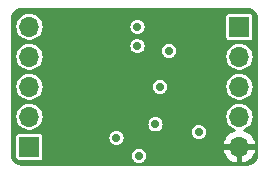
<source format=gbr>
%TF.GenerationSoftware,KiCad,Pcbnew,7.0.9*%
%TF.CreationDate,2024-01-07T19:57:38+00:00*%
%TF.ProjectId,INA381 Breakout,494e4133-3831-4204-9272-65616b6f7574,V24.01.0.1*%
%TF.SameCoordinates,PX8841978PY54c5a90*%
%TF.FileFunction,Copper,L2,Inr*%
%TF.FilePolarity,Positive*%
%FSLAX46Y46*%
G04 Gerber Fmt 4.6, Leading zero omitted, Abs format (unit mm)*
G04 Created by KiCad (PCBNEW 7.0.9) date 2024-01-07 19:57:38*
%MOMM*%
%LPD*%
G01*
G04 APERTURE LIST*
%TA.AperFunction,ComponentPad*%
%ADD10R,1.700000X1.700000*%
%TD*%
%TA.AperFunction,ComponentPad*%
%ADD11O,1.700000X1.700000*%
%TD*%
%TA.AperFunction,ViaPad*%
%ADD12C,0.700000*%
%TD*%
G04 APERTURE END LIST*
D10*
%TO.N,VDD*%
%TO.C,J1*%
X17780000Y5080000D03*
D11*
%TO.N,/~{ALERT}*%
X17780000Y2540000D03*
%TO.N,Net-(J1-Pin_3)*%
X17780000Y0D03*
%TO.N,/CMPREF*%
X17780000Y-2540000D03*
%TO.N,GND*%
X17780000Y-5080000D03*
%TD*%
D10*
%TO.N,/RES+*%
%TO.C,J2*%
X0Y-5080000D03*
D11*
X0Y-2540000D03*
%TO.N,unconnected-(J2-Pin_3-Pad3)*%
X0Y0D03*
%TO.N,/RES-*%
X0Y2540000D03*
X0Y5080000D03*
%TD*%
D12*
%TO.N,GND*%
X15875000Y-4826000D03*
X5474000Y-5865000D03*
X13208000Y5700000D03*
X14351000Y-1915000D03*
X14351000Y-5725000D03*
X16002000Y4318000D03*
X9981750Y-837750D03*
X5461000Y5845000D03*
X7366000Y-5842000D03*
%TO.N,VDD*%
X11811000Y3048000D03*
X11049000Y-10000D03*
X14351000Y-3834500D03*
X9271000Y-5842000D03*
X7366000Y-4318000D03*
%TO.N,/~{ALERT}*%
X10668000Y-3185000D03*
%TO.N,/CMPIN*%
X9144000Y5080000D03*
X9144000Y3429000D03*
%TD*%
%TA.AperFunction,Conductor*%
%TO.N,GND*%
G36*
X18417694Y6684265D02*
G01*
X18572546Y6670717D01*
X18593823Y6666966D01*
X18736111Y6628840D01*
X18756420Y6621447D01*
X18889914Y6559198D01*
X18908633Y6548391D01*
X19029299Y6463900D01*
X19045857Y6450006D01*
X19150005Y6345858D01*
X19163899Y6329300D01*
X19248390Y6208634D01*
X19259197Y6189915D01*
X19321446Y6056421D01*
X19328839Y6036111D01*
X19366963Y5893831D01*
X19370716Y5872545D01*
X19384264Y5717700D01*
X19384500Y5712294D01*
X19384500Y-5712293D01*
X19384264Y-5717699D01*
X19370716Y-5872544D01*
X19366963Y-5893830D01*
X19328839Y-6036110D01*
X19321446Y-6056420D01*
X19259197Y-6189914D01*
X19248390Y-6208633D01*
X19163899Y-6329299D01*
X19150005Y-6345857D01*
X19045857Y-6450005D01*
X19029299Y-6463899D01*
X18908633Y-6548390D01*
X18889914Y-6559197D01*
X18756420Y-6621446D01*
X18736110Y-6628839D01*
X18593830Y-6666963D01*
X18572544Y-6670716D01*
X18460205Y-6680545D01*
X18417694Y-6684264D01*
X18412294Y-6684500D01*
X9364062Y-6684500D01*
X9297023Y-6664815D01*
X9271466Y-6635321D01*
X9260250Y-6653240D01*
X9197044Y-6683019D01*
X9177938Y-6684500D01*
X-632294Y-6684500D01*
X-637695Y-6684264D01*
X-685385Y-6680091D01*
X-792545Y-6670716D01*
X-813831Y-6666963D01*
X-956111Y-6628839D01*
X-976421Y-6621446D01*
X-1109915Y-6559197D01*
X-1128634Y-6548390D01*
X-1249300Y-6463899D01*
X-1265858Y-6450005D01*
X-1370006Y-6345857D01*
X-1383900Y-6329299D01*
X-1468391Y-6208633D01*
X-1479198Y-6189914D01*
X-1541447Y-6056420D01*
X-1548840Y-6036110D01*
X-1558848Y-5998760D01*
X-1570660Y-5954678D01*
X-1100500Y-5954678D01*
X-1085968Y-6027735D01*
X-1085967Y-6027739D01*
X-1073372Y-6046589D01*
X-1030601Y-6110601D01*
X-979359Y-6144839D01*
X-947740Y-6165966D01*
X-947736Y-6165967D01*
X-874679Y-6180499D01*
X-874676Y-6180500D01*
X-874674Y-6180500D01*
X874676Y-6180500D01*
X874677Y-6180499D01*
X947740Y-6165966D01*
X1030601Y-6110601D01*
X1085966Y-6027740D01*
X1100500Y-5954674D01*
X1100500Y-5842001D01*
X8665318Y-5842001D01*
X8685955Y-5998760D01*
X8685956Y-5998762D01*
X8735389Y-6118105D01*
X8746464Y-6144841D01*
X8842718Y-6270282D01*
X8968159Y-6366536D01*
X9114238Y-6427044D01*
X9194123Y-6437561D01*
X9258020Y-6465827D01*
X9268939Y-6482382D01*
X9270349Y-6479297D01*
X9329127Y-6441523D01*
X9347877Y-6437561D01*
X9427762Y-6427044D01*
X9573841Y-6366536D01*
X9699282Y-6270282D01*
X9795536Y-6144841D01*
X9856044Y-5998762D01*
X9876682Y-5842000D01*
X9856044Y-5685238D01*
X9795536Y-5539159D01*
X9699282Y-5413718D01*
X9590178Y-5330000D01*
X16449364Y-5330000D01*
X16506567Y-5543486D01*
X16506570Y-5543492D01*
X16606399Y-5757578D01*
X16741894Y-5951082D01*
X16908917Y-6118105D01*
X17102421Y-6253600D01*
X17316507Y-6353429D01*
X17316516Y-6353433D01*
X17530000Y-6410634D01*
X17530000Y-5515501D01*
X17637685Y-5564680D01*
X17744237Y-5580000D01*
X17815763Y-5580000D01*
X17922315Y-5564680D01*
X18030000Y-5515501D01*
X18030000Y-6410633D01*
X18243483Y-6353433D01*
X18243492Y-6353429D01*
X18457578Y-6253600D01*
X18651082Y-6118105D01*
X18818105Y-5951082D01*
X18953600Y-5757578D01*
X19053429Y-5543492D01*
X19053432Y-5543486D01*
X19110636Y-5330000D01*
X18213686Y-5330000D01*
X18239493Y-5289844D01*
X18280000Y-5151889D01*
X18280000Y-5008111D01*
X18239493Y-4870156D01*
X18213686Y-4830000D01*
X19110636Y-4830000D01*
X19110635Y-4829999D01*
X19053432Y-4616513D01*
X19053429Y-4616507D01*
X18953600Y-4402422D01*
X18953599Y-4402420D01*
X18818113Y-4208926D01*
X18818108Y-4208920D01*
X18651082Y-4041894D01*
X18457578Y-3906399D01*
X18243492Y-3806570D01*
X18243477Y-3806564D01*
X18204414Y-3796097D01*
X18144754Y-3759732D01*
X18114226Y-3696885D01*
X18122521Y-3627509D01*
X18167007Y-3573632D01*
X18191710Y-3560698D01*
X18272637Y-3529348D01*
X18446041Y-3421981D01*
X18596764Y-3284579D01*
X18719673Y-3121821D01*
X18810582Y-2939250D01*
X18866397Y-2743083D01*
X18885215Y-2540000D01*
X18866397Y-2336917D01*
X18810582Y-2140750D01*
X18719673Y-1958179D01*
X18596764Y-1795421D01*
X18596762Y-1795418D01*
X18446041Y-1658019D01*
X18446039Y-1658017D01*
X18272642Y-1550655D01*
X18272635Y-1550651D01*
X18177546Y-1513814D01*
X18082456Y-1476976D01*
X17881976Y-1439500D01*
X17678024Y-1439500D01*
X17477544Y-1476976D01*
X17477541Y-1476976D01*
X17477541Y-1476977D01*
X17287364Y-1550651D01*
X17287357Y-1550655D01*
X17113960Y-1658017D01*
X17113958Y-1658019D01*
X16963237Y-1795418D01*
X16840327Y-1958178D01*
X16749422Y-2140739D01*
X16749417Y-2140752D01*
X16693602Y-2336917D01*
X16674785Y-2539999D01*
X16674785Y-2540000D01*
X16693602Y-2743082D01*
X16749417Y-2939247D01*
X16749422Y-2939260D01*
X16840327Y-3121821D01*
X16963237Y-3284581D01*
X17113958Y-3421980D01*
X17113960Y-3421982D01*
X17213141Y-3483392D01*
X17287363Y-3529348D01*
X17368283Y-3560696D01*
X17423685Y-3603269D01*
X17447276Y-3669035D01*
X17431565Y-3737116D01*
X17381542Y-3785895D01*
X17355586Y-3796097D01*
X17316519Y-3806565D01*
X17316507Y-3806570D01*
X17102422Y-3906399D01*
X17102420Y-3906400D01*
X16908926Y-4041886D01*
X16908920Y-4041891D01*
X16741891Y-4208920D01*
X16741886Y-4208926D01*
X16606400Y-4402420D01*
X16606399Y-4402422D01*
X16506570Y-4616507D01*
X16506567Y-4616513D01*
X16449364Y-4829999D01*
X16449364Y-4830000D01*
X17346314Y-4830000D01*
X17320507Y-4870156D01*
X17280000Y-5008111D01*
X17280000Y-5151889D01*
X17320507Y-5289844D01*
X17346314Y-5330000D01*
X16449364Y-5330000D01*
X9590178Y-5330000D01*
X9573841Y-5317464D01*
X9427762Y-5256956D01*
X9427760Y-5256955D01*
X9271001Y-5236318D01*
X9270999Y-5236318D01*
X9114239Y-5256955D01*
X9114237Y-5256956D01*
X8968160Y-5317463D01*
X8842718Y-5413718D01*
X8746463Y-5539160D01*
X8685956Y-5685237D01*
X8685955Y-5685239D01*
X8665318Y-5841998D01*
X8665318Y-5842001D01*
X1100500Y-5842001D01*
X1100500Y-4318001D01*
X6760318Y-4318001D01*
X6780955Y-4474760D01*
X6780956Y-4474762D01*
X6841464Y-4620841D01*
X6937718Y-4746282D01*
X7063159Y-4842536D01*
X7209238Y-4903044D01*
X7287619Y-4913363D01*
X7365999Y-4923682D01*
X7366000Y-4923682D01*
X7366001Y-4923682D01*
X7418254Y-4916802D01*
X7522762Y-4903044D01*
X7668841Y-4842536D01*
X7794282Y-4746282D01*
X7890536Y-4620841D01*
X7951044Y-4474762D01*
X7971682Y-4318000D01*
X7964412Y-4262782D01*
X7951044Y-4161239D01*
X7951044Y-4161238D01*
X7890536Y-4015159D01*
X7794282Y-3889718D01*
X7722322Y-3834501D01*
X13745318Y-3834501D01*
X13765955Y-3991260D01*
X13765956Y-3991262D01*
X13826464Y-4137341D01*
X13922718Y-4262782D01*
X14048159Y-4359036D01*
X14194238Y-4419544D01*
X14272619Y-4429863D01*
X14350999Y-4440182D01*
X14351000Y-4440182D01*
X14351001Y-4440182D01*
X14403254Y-4433302D01*
X14507762Y-4419544D01*
X14653841Y-4359036D01*
X14779282Y-4262782D01*
X14875536Y-4137341D01*
X14936044Y-3991262D01*
X14956682Y-3834500D01*
X14951279Y-3793463D01*
X14942923Y-3729992D01*
X14936044Y-3677738D01*
X14875536Y-3531659D01*
X14779282Y-3406218D01*
X14653841Y-3309964D01*
X14592556Y-3284579D01*
X14507762Y-3249456D01*
X14507760Y-3249455D01*
X14351001Y-3228818D01*
X14350999Y-3228818D01*
X14194239Y-3249455D01*
X14194237Y-3249456D01*
X14048160Y-3309963D01*
X13922718Y-3406218D01*
X13826463Y-3531660D01*
X13765956Y-3677737D01*
X13765955Y-3677739D01*
X13745318Y-3834498D01*
X13745318Y-3834501D01*
X7722322Y-3834501D01*
X7668841Y-3793464D01*
X7522762Y-3732956D01*
X7522760Y-3732955D01*
X7366001Y-3712318D01*
X7365999Y-3712318D01*
X7209239Y-3732955D01*
X7209237Y-3732956D01*
X7063160Y-3793463D01*
X6937718Y-3889718D01*
X6841463Y-4015160D01*
X6780956Y-4161237D01*
X6780955Y-4161239D01*
X6760318Y-4317998D01*
X6760318Y-4318001D01*
X1100500Y-4318001D01*
X1100500Y-4205326D01*
X1100500Y-4205323D01*
X1100499Y-4205321D01*
X1085967Y-4132264D01*
X1085966Y-4132260D01*
X1030601Y-4049399D01*
X947740Y-3994034D01*
X947739Y-3994033D01*
X947735Y-3994032D01*
X874677Y-3979500D01*
X874674Y-3979500D01*
X-874674Y-3979500D01*
X-874677Y-3979500D01*
X-947736Y-3994032D01*
X-947740Y-3994033D01*
X-1030601Y-4049399D01*
X-1085967Y-4132260D01*
X-1085968Y-4132264D01*
X-1100500Y-4205321D01*
X-1100500Y-5954678D01*
X-1570660Y-5954678D01*
X-1586966Y-5893823D01*
X-1590717Y-5872543D01*
X-1604264Y-5717699D01*
X-1604500Y-5712293D01*
X-1604500Y-2540000D01*
X-1105215Y-2540000D01*
X-1086398Y-2743082D01*
X-1030583Y-2939247D01*
X-1030578Y-2939260D01*
X-939673Y-3121821D01*
X-816763Y-3284581D01*
X-666042Y-3421980D01*
X-666040Y-3421982D01*
X-566859Y-3483392D01*
X-492637Y-3529348D01*
X-302456Y-3603024D01*
X-101976Y-3640500D01*
X-101974Y-3640500D01*
X101974Y-3640500D01*
X101976Y-3640500D01*
X302456Y-3603024D01*
X492637Y-3529348D01*
X666041Y-3421981D01*
X816764Y-3284579D01*
X891962Y-3185001D01*
X10062318Y-3185001D01*
X10082955Y-3341760D01*
X10082956Y-3341762D01*
X10143464Y-3487841D01*
X10239718Y-3613282D01*
X10365159Y-3709536D01*
X10511238Y-3770044D01*
X10589619Y-3780363D01*
X10667999Y-3790682D01*
X10668000Y-3790682D01*
X10668001Y-3790682D01*
X10720254Y-3783802D01*
X10824762Y-3770044D01*
X10970841Y-3709536D01*
X11096282Y-3613282D01*
X11192536Y-3487841D01*
X11253044Y-3341762D01*
X11273682Y-3185000D01*
X11253044Y-3028238D01*
X11192536Y-2882159D01*
X11096282Y-2756718D01*
X10970841Y-2660464D01*
X10824762Y-2599956D01*
X10824760Y-2599955D01*
X10668001Y-2579318D01*
X10667999Y-2579318D01*
X10511239Y-2599955D01*
X10511237Y-2599956D01*
X10365160Y-2660463D01*
X10239718Y-2756718D01*
X10143463Y-2882160D01*
X10082956Y-3028237D01*
X10082955Y-3028239D01*
X10062318Y-3184998D01*
X10062318Y-3185001D01*
X891962Y-3185001D01*
X939673Y-3121821D01*
X1030582Y-2939250D01*
X1086397Y-2743083D01*
X1105215Y-2540000D01*
X1086397Y-2336917D01*
X1030582Y-2140750D01*
X939673Y-1958179D01*
X816764Y-1795421D01*
X816762Y-1795418D01*
X666041Y-1658019D01*
X666039Y-1658017D01*
X492642Y-1550655D01*
X492635Y-1550651D01*
X397546Y-1513814D01*
X302456Y-1476976D01*
X101976Y-1439500D01*
X-101976Y-1439500D01*
X-302456Y-1476976D01*
X-302459Y-1476976D01*
X-302459Y-1476977D01*
X-492636Y-1550651D01*
X-492643Y-1550655D01*
X-666040Y-1658017D01*
X-666042Y-1658019D01*
X-816763Y-1795418D01*
X-939673Y-1958178D01*
X-1030578Y-2140739D01*
X-1030583Y-2140752D01*
X-1086398Y-2336917D01*
X-1105215Y-2539999D01*
X-1105215Y-2540000D01*
X-1604500Y-2540000D01*
X-1604500Y0D01*
X-1105215Y0D01*
X-1086398Y-203082D01*
X-1030583Y-399247D01*
X-1030578Y-399260D01*
X-939673Y-581821D01*
X-816763Y-744581D01*
X-666042Y-881980D01*
X-666040Y-881982D01*
X-566859Y-943392D01*
X-492637Y-989348D01*
X-302456Y-1063024D01*
X-101976Y-1100500D01*
X-101974Y-1100500D01*
X101974Y-1100500D01*
X101976Y-1100500D01*
X302456Y-1063024D01*
X492637Y-989348D01*
X666041Y-881981D01*
X816764Y-744579D01*
X939673Y-581821D01*
X1030582Y-399250D01*
X1086397Y-203083D01*
X1104288Y-10001D01*
X10443318Y-10001D01*
X10463955Y-166760D01*
X10463956Y-166762D01*
X10524464Y-312841D01*
X10620718Y-438282D01*
X10746159Y-534536D01*
X10892238Y-595044D01*
X10970619Y-605363D01*
X11048999Y-615682D01*
X11049000Y-615682D01*
X11049001Y-615682D01*
X11101254Y-608802D01*
X11205762Y-595044D01*
X11351841Y-534536D01*
X11477282Y-438282D01*
X11573536Y-312841D01*
X11634044Y-166762D01*
X11654682Y-10000D01*
X11653365Y0D01*
X16674785Y0D01*
X16693602Y-203082D01*
X16749417Y-399247D01*
X16749422Y-399260D01*
X16840327Y-581821D01*
X16963237Y-744581D01*
X17113958Y-881980D01*
X17113960Y-881982D01*
X17213141Y-943392D01*
X17287363Y-989348D01*
X17477544Y-1063024D01*
X17678024Y-1100500D01*
X17678026Y-1100500D01*
X17881974Y-1100500D01*
X17881976Y-1100500D01*
X18082456Y-1063024D01*
X18272637Y-989348D01*
X18446041Y-881981D01*
X18596764Y-744579D01*
X18719673Y-581821D01*
X18810582Y-399250D01*
X18866397Y-203083D01*
X18885215Y0D01*
X18866397Y203083D01*
X18810582Y399250D01*
X18801105Y418282D01*
X18753176Y514537D01*
X18719673Y581821D01*
X18596764Y744579D01*
X18596762Y744582D01*
X18446041Y881981D01*
X18446039Y881983D01*
X18272642Y989345D01*
X18272635Y989349D01*
X18177546Y1026186D01*
X18082456Y1063024D01*
X17881976Y1100500D01*
X17678024Y1100500D01*
X17477544Y1063024D01*
X17477541Y1063024D01*
X17477541Y1063023D01*
X17287364Y989349D01*
X17287357Y989345D01*
X17113960Y881983D01*
X17113958Y881981D01*
X16963237Y744582D01*
X16840327Y581822D01*
X16749422Y399261D01*
X16749417Y399248D01*
X16693602Y203083D01*
X16674785Y1D01*
X16674785Y0D01*
X11653365Y0D01*
X11634044Y146761D01*
X11634044Y146762D01*
X11573536Y292841D01*
X11477282Y418282D01*
X11351841Y514536D01*
X11205762Y575044D01*
X11205760Y575045D01*
X11049001Y595682D01*
X11048999Y595682D01*
X10892239Y575045D01*
X10892237Y575044D01*
X10746160Y514537D01*
X10620718Y418282D01*
X10524463Y292840D01*
X10463956Y146763D01*
X10463955Y146761D01*
X10443318Y-9998D01*
X10443318Y-10001D01*
X1104288Y-10001D01*
X1105215Y0D01*
X1086397Y203083D01*
X1030582Y399250D01*
X1021105Y418282D01*
X973176Y514537D01*
X939673Y581821D01*
X816764Y744579D01*
X816762Y744582D01*
X666041Y881981D01*
X666039Y881983D01*
X492642Y989345D01*
X492635Y989349D01*
X397546Y1026186D01*
X302456Y1063024D01*
X101976Y1100500D01*
X-101976Y1100500D01*
X-302456Y1063024D01*
X-302459Y1063024D01*
X-302459Y1063023D01*
X-492636Y989349D01*
X-492643Y989345D01*
X-666040Y881983D01*
X-666042Y881981D01*
X-816763Y744582D01*
X-939673Y581822D01*
X-1030578Y399261D01*
X-1030583Y399248D01*
X-1086398Y203083D01*
X-1105215Y1D01*
X-1105215Y0D01*
X-1604500Y0D01*
X-1604500Y2540000D01*
X-1105215Y2540000D01*
X-1086398Y2336918D01*
X-1030583Y2140753D01*
X-1030578Y2140740D01*
X-939673Y1958179D01*
X-816763Y1795419D01*
X-666042Y1658020D01*
X-666040Y1658018D01*
X-566859Y1596608D01*
X-492637Y1550652D01*
X-302456Y1476976D01*
X-101976Y1439500D01*
X-101974Y1439500D01*
X101974Y1439500D01*
X101976Y1439500D01*
X302456Y1476976D01*
X492637Y1550652D01*
X666041Y1658019D01*
X816764Y1795421D01*
X939673Y1958179D01*
X1030582Y2140750D01*
X1086397Y2336917D01*
X1105215Y2540000D01*
X1086397Y2743083D01*
X1030582Y2939250D01*
X939673Y3121821D01*
X877038Y3204763D01*
X816762Y3284582D01*
X666041Y3421981D01*
X666039Y3421983D01*
X654708Y3428999D01*
X8538318Y3428999D01*
X8558955Y3272240D01*
X8558956Y3272238D01*
X8586905Y3204762D01*
X8619464Y3126159D01*
X8715718Y3000718D01*
X8841159Y2904464D01*
X8987238Y2843956D01*
X9065619Y2833637D01*
X9143999Y2823318D01*
X9144000Y2823318D01*
X9144001Y2823318D01*
X9196254Y2830198D01*
X9300762Y2843956D01*
X9446841Y2904464D01*
X9572282Y3000718D01*
X9608562Y3047999D01*
X11205318Y3047999D01*
X11225955Y2891240D01*
X11225956Y2891238D01*
X11286464Y2745159D01*
X11382718Y2619718D01*
X11508159Y2523464D01*
X11654238Y2462956D01*
X11732619Y2452637D01*
X11810999Y2442318D01*
X11811000Y2442318D01*
X11811001Y2442318D01*
X11863254Y2449198D01*
X11967762Y2462956D01*
X12113841Y2523464D01*
X12135391Y2540000D01*
X16674785Y2540000D01*
X16693602Y2336918D01*
X16749417Y2140753D01*
X16749422Y2140740D01*
X16840327Y1958179D01*
X16963237Y1795419D01*
X17113958Y1658020D01*
X17113960Y1658018D01*
X17213141Y1596608D01*
X17287363Y1550652D01*
X17477544Y1476976D01*
X17678024Y1439500D01*
X17678026Y1439500D01*
X17881974Y1439500D01*
X17881976Y1439500D01*
X18082456Y1476976D01*
X18272637Y1550652D01*
X18446041Y1658019D01*
X18596764Y1795421D01*
X18719673Y1958179D01*
X18810582Y2140750D01*
X18866397Y2336917D01*
X18885215Y2540000D01*
X18866397Y2743083D01*
X18810582Y2939250D01*
X18719673Y3121821D01*
X18657038Y3204763D01*
X18596762Y3284582D01*
X18446041Y3421981D01*
X18446039Y3421983D01*
X18272642Y3529345D01*
X18272635Y3529349D01*
X18161155Y3572536D01*
X18082456Y3603024D01*
X17881976Y3640500D01*
X17678024Y3640500D01*
X17477544Y3603024D01*
X17477541Y3603024D01*
X17477541Y3603023D01*
X17287364Y3529349D01*
X17287357Y3529345D01*
X17113960Y3421983D01*
X17113958Y3421981D01*
X16963237Y3284582D01*
X16840327Y3121822D01*
X16749422Y2939261D01*
X16749417Y2939248D01*
X16693602Y2743083D01*
X16674785Y2540001D01*
X16674785Y2540000D01*
X12135391Y2540000D01*
X12239282Y2619718D01*
X12335536Y2745159D01*
X12396044Y2891238D01*
X12416682Y3048000D01*
X12396044Y3204762D01*
X12335536Y3350841D01*
X12239282Y3476282D01*
X12113841Y3572536D01*
X12081908Y3585763D01*
X11967762Y3633044D01*
X11967760Y3633045D01*
X11811001Y3653682D01*
X11810999Y3653682D01*
X11654239Y3633045D01*
X11654237Y3633044D01*
X11508160Y3572537D01*
X11382718Y3476282D01*
X11286463Y3350840D01*
X11225956Y3204763D01*
X11225955Y3204761D01*
X11205318Y3048002D01*
X11205318Y3047999D01*
X9608562Y3047999D01*
X9668536Y3126159D01*
X9729044Y3272238D01*
X9749682Y3429000D01*
X9729044Y3585762D01*
X9668536Y3731841D01*
X9572282Y3857282D01*
X9446841Y3953536D01*
X9384158Y3979500D01*
X9300762Y4014044D01*
X9300760Y4014045D01*
X9144001Y4034682D01*
X9143999Y4034682D01*
X8987239Y4014045D01*
X8987237Y4014044D01*
X8841160Y3953537D01*
X8715718Y3857282D01*
X8619463Y3731840D01*
X8558956Y3585763D01*
X8558955Y3585761D01*
X8538318Y3429002D01*
X8538318Y3428999D01*
X654708Y3428999D01*
X492642Y3529345D01*
X492635Y3529349D01*
X381155Y3572536D01*
X302456Y3603024D01*
X101976Y3640500D01*
X-101976Y3640500D01*
X-302456Y3603024D01*
X-302459Y3603024D01*
X-302459Y3603023D01*
X-492636Y3529349D01*
X-492643Y3529345D01*
X-666040Y3421983D01*
X-666042Y3421981D01*
X-816763Y3284582D01*
X-939673Y3121822D01*
X-1030578Y2939261D01*
X-1030583Y2939248D01*
X-1086398Y2743083D01*
X-1105215Y2540001D01*
X-1105215Y2540000D01*
X-1604500Y2540000D01*
X-1604500Y5080000D01*
X-1105215Y5080000D01*
X-1086398Y4876918D01*
X-1030583Y4680753D01*
X-1030578Y4680740D01*
X-939673Y4498179D01*
X-816763Y4335419D01*
X-666042Y4198020D01*
X-666040Y4198018D01*
X-566859Y4136608D01*
X-492637Y4090652D01*
X-302456Y4016976D01*
X-101976Y3979500D01*
X-101974Y3979500D01*
X101974Y3979500D01*
X101976Y3979500D01*
X302456Y4016976D01*
X492637Y4090652D01*
X666041Y4198019D01*
X674052Y4205322D01*
X16679500Y4205322D01*
X16694032Y4132265D01*
X16694033Y4132261D01*
X16694034Y4132260D01*
X16749399Y4049399D01*
X16832260Y3994034D01*
X16832264Y3994033D01*
X16905321Y3979501D01*
X16905324Y3979500D01*
X16905326Y3979500D01*
X18654676Y3979500D01*
X18654677Y3979501D01*
X18727740Y3994034D01*
X18810601Y4049399D01*
X18865966Y4132260D01*
X18880500Y4205326D01*
X18880500Y5954674D01*
X18880500Y5954677D01*
X18880499Y5954679D01*
X18865967Y6027736D01*
X18865966Y6027740D01*
X18860373Y6036111D01*
X18810601Y6110601D01*
X18727740Y6165966D01*
X18727739Y6165967D01*
X18727735Y6165968D01*
X18654677Y6180500D01*
X18654674Y6180500D01*
X16905326Y6180500D01*
X16905323Y6180500D01*
X16832264Y6165968D01*
X16832260Y6165967D01*
X16749399Y6110601D01*
X16694033Y6027740D01*
X16694032Y6027736D01*
X16679500Y5954679D01*
X16679500Y4205322D01*
X674052Y4205322D01*
X816764Y4335421D01*
X939673Y4498179D01*
X1030582Y4680750D01*
X1086397Y4876917D01*
X1105215Y5079999D01*
X8538318Y5079999D01*
X8558955Y4923240D01*
X8558956Y4923238D01*
X8619464Y4777159D01*
X8715718Y4651718D01*
X8841159Y4555464D01*
X8987238Y4494956D01*
X9065619Y4484637D01*
X9143999Y4474318D01*
X9144000Y4474318D01*
X9144001Y4474318D01*
X9196254Y4481198D01*
X9300762Y4494956D01*
X9446841Y4555464D01*
X9572282Y4651718D01*
X9668536Y4777159D01*
X9729044Y4923238D01*
X9749682Y5080000D01*
X9729044Y5236762D01*
X9668536Y5382841D01*
X9572282Y5508282D01*
X9446841Y5604536D01*
X9300762Y5665044D01*
X9300760Y5665045D01*
X9144001Y5685682D01*
X9143999Y5685682D01*
X8987239Y5665045D01*
X8987237Y5665044D01*
X8841160Y5604537D01*
X8715718Y5508282D01*
X8619463Y5382840D01*
X8558956Y5236763D01*
X8558955Y5236761D01*
X8538318Y5080002D01*
X8538318Y5079999D01*
X1105215Y5079999D01*
X1105215Y5080000D01*
X1086397Y5283083D01*
X1030582Y5479250D01*
X939673Y5661821D01*
X816764Y5824579D01*
X816762Y5824582D01*
X666041Y5961981D01*
X666039Y5961983D01*
X492642Y6069345D01*
X492635Y6069349D01*
X386150Y6110601D01*
X302456Y6143024D01*
X101976Y6180500D01*
X-101976Y6180500D01*
X-302456Y6143024D01*
X-302459Y6143024D01*
X-302459Y6143023D01*
X-492636Y6069349D01*
X-492643Y6069345D01*
X-666040Y5961983D01*
X-666042Y5961981D01*
X-816763Y5824582D01*
X-939673Y5661822D01*
X-1030578Y5479261D01*
X-1030583Y5479248D01*
X-1086398Y5283083D01*
X-1105215Y5080001D01*
X-1105215Y5080000D01*
X-1604500Y5080000D01*
X-1604500Y5712294D01*
X-1604264Y5717700D01*
X-1602064Y5742844D01*
X-1590717Y5872549D01*
X-1586966Y5893822D01*
X-1548839Y6036116D01*
X-1541447Y6056421D01*
X-1479198Y6189915D01*
X-1468391Y6208634D01*
X-1383900Y6329300D01*
X-1370012Y6345852D01*
X-1265852Y6450012D01*
X-1249300Y6463900D01*
X-1128634Y6548391D01*
X-1109915Y6559198D01*
X-976421Y6621447D01*
X-956116Y6628839D01*
X-813822Y6666966D01*
X-792549Y6670717D01*
X-637695Y6684265D01*
X-632294Y6684500D01*
X-587405Y6684500D01*
X18367405Y6684500D01*
X18412294Y6684500D01*
X18417694Y6684265D01*
G37*
%TD.AperFunction*%
%TD*%
M02*

</source>
